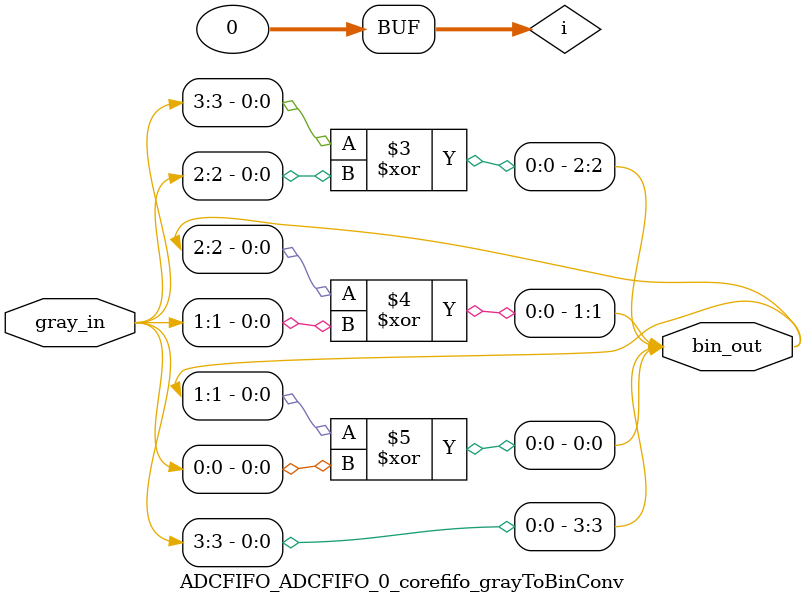
<source format=v>

`timescale 1ns / 100ps

module ADCFIFO_ADCFIFO_0_corefifo_grayToBinConv(
                                         gray_in,
                                         bin_out
                                        );

   // --------------------------------------------------------------------------
   // Parameter Declaration
   // --------------------------------------------------------------------------
   parameter ADDRWIDTH  = 3;
   parameter SYNC_RESET = 0;   

   // --------------------------------------------------------------------------
   // I/O Declaration
   // --------------------------------------------------------------------------

   //--------
   // Inputs
   //--------
   input [ADDRWIDTH:0]    gray_in;

   //---------
   // Outputs
   //---------
   output [ADDRWIDTH:0] bin_out;

   // --------------------------------------------------------------------------
   // Internal signals
   // --------------------------------------------------------------------------
   reg [ADDRWIDTH:0]      bin_out;   
   integer                i;
   

   // --------------------------------------------------------------------------
   //                               Start - of - Code
   // --------------------------------------------------------------------------


   // --------------------------------------------------------------------------
   // Logic to Convert the Gray code to Binary
   // --------------------------------------------------------------------------
   always @(*) begin

      bin_out[ADDRWIDTH]  = gray_in[ADDRWIDTH];      

      for(i=ADDRWIDTH;i>0;i = i-1) begin
         bin_out[i-1]     = (bin_out[i] ^ gray_in[i-1]);
      end

   end

endmodule // corefifo_grayToBinConv

// --------------------------------------------------------------------------
//                             End - of - Code
// --------------------------------------------------------------------------

</source>
